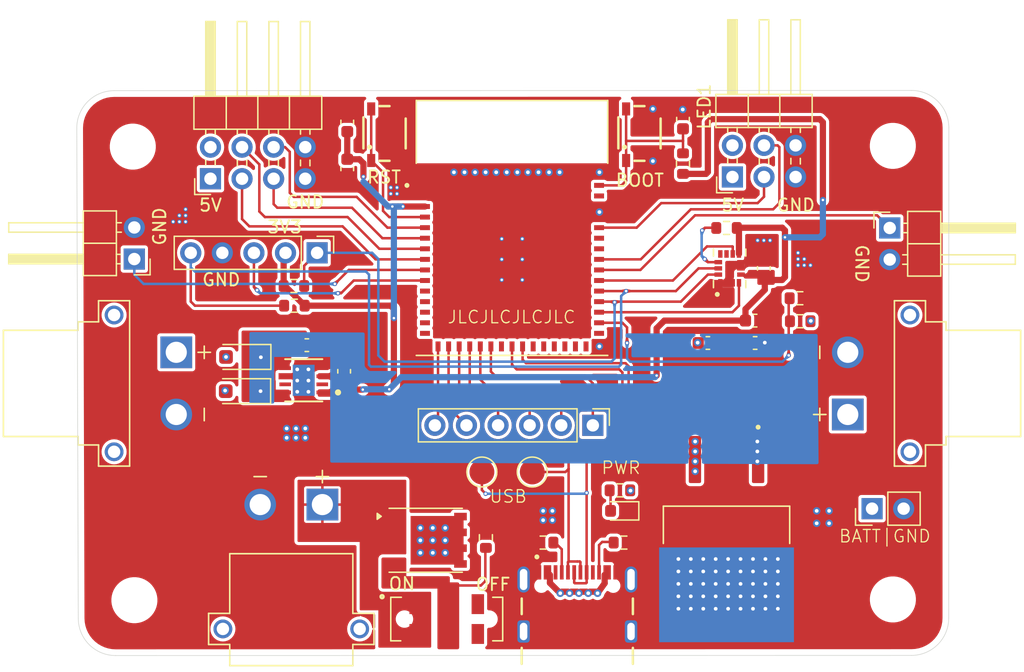
<source format=kicad_pcb>
(kicad_pcb (version 20240108) (generator "pcbnew") (generator_version "8.0")
  (layers (0 "F.Cu" signal) (1 "In1.Cu" signal) (2 "In2.Cu" signal) (31 "B.Cu" signal) (34 "B.Paste" user) (35 "F.Paste" user) (36 "B.SilkS" user "B.Silkscreen") (37 "F.SilkS" user "F.Silkscreen") (38 "B.Mask" user) (39 "F.Mask" user) (44 "Edge.Cuts" user))
  (net 0 "")
  (net 1 "/SDA")
  (net 2 "/INT1")
  (net 3 "GND")
  (net 4 "Net-(Accelerometer1-CS)")
  (net 5 "/SCL")
  (net 8 "+3V3")
  (net 9 "/INT2")
  (net 10 "PWR-DIODE")
  (net 11 "+BATT")
  (net 12 "Net-(MCU1-EN)")
  (net 13 "+5V")
  (net 14 "Net-(D1-A)")
  (net 15 "+V_USB")
  (net 20 "/mot-1")
  (net 21 "/mot-2")
  (net 22 "Net-(SW3A-A)")
  (net 25 "/LED_S2")
  (net 26 "/DN")
  (net 28 "/DP")
  (net 29 "Net-(J11-CC1)")
  (net 30 "Net-(J11-CC2)")
  (net 34 "/LED_S1")
  (net 35 "Net-(MCU1-IO0)")
  (net 38 "/Echo_1")
  (net 41 "/Batt_S")
  (net 45 "/Echo_2")
  (net 46 "/Trig_2")
  (net 47 "/Trig_1")
  (net 48 "Net-(Q1-G)")
  (net 51 "/IN4")
  (net 52 "/IN3")
  (net 53 "/ENB")
  (net 54 "/ENA")
  (net 55 "/IN1")
  (net 56 "/IN2")
  (net 60 "/INT3")
  (footprint "Connector_PinHeader_2.54mm:PinHeader_1x02_P2.54mm_Horizontal" (layer "F.Cu") (at 129.496955 68.127518 180)
    (property "Reference" "J6" (hide yes))
    (property "Value" "Conn_01x02_Pin" (hide yes))
  )
  (footprint "Resistor_SMD:R_0603_1608Metric" (layer "F.Cu") (at 183.021955 71.277518)
    (property "Reference" "R9" (hide yes))
    (property "Value" "500k" (hide yes))
  )
  (footprint "Resistor_SMD:R_0603_1608Metric" (layer "F.Cu") (at 142.331955 70.292518 180)
    (property "Reference" "R10" (hide yes))
    (property "Value" "10k" (hide yes))
  )
  (footprint "Diode_SMD:D_SOD-123F" (layer "F.Cu") (at 138.271955 76 180)
    (property "Reference" "D2" (hide yes))
    (property "Value" "D" (hide yes))
  )
  (footprint "Resistor_SMD:R_0603_1608Metric" (layer "F.Cu") (at 168.546955 86.727518 180)
    (property "Reference" "R1" (hide yes))
    (property "Value" "100" (hide yes))
  )
  (footprint "Capacitor_SMD:C_0603_1608Metric" (layer "F.Cu") (at 179.421955 74.877518 180)
    (property "Reference" "C2" (hide yes))
    (property "Value" "0.47uF" (hide yes))
  )
  (footprint "Package_SO:PowerPAK_SO-8_Single" (layer "F.Cu") (at 152.931955 90.742518)
    (property "Reference" "Q1" (hide yes))
    (property "Value" "PMOS" (hide yes))
  )
  (footprint "MountingHole:MountingHole_3.2mm_M3_DIN965" (layer "F.Cu") (at 129.37641 59.085975)
    (property "Reference" "H4" (hide yes))
    (property "Value" "MountingHole" (hide yes))
  )
  (footprint "Resistor_SMD:R_0603_1608Metric" (layer "F.Cu") (at 173.621955 60.452518 -90)
    (property "Reference" "R3" (hide yes))
    (property "Value" "1k" (hide yes))
  )
  (footprint "Connector_PinHeader_2.54mm:PinHeader_1x05_P2.54mm_Vertical" (layer "F.Cu") (at 144.196955 67.627518 -90)
    (property "Reference" "BNO1" (hide yes))
    (property "Value" "Conn_01x05_Pin" (hide yes))
  )
  (footprint "Resistor_SMD:R_0603_1608Metric" (layer "F.Cu") (at 177.121955 65.627518)
    (property "Reference" "R7" (hide yes))
    (property "Value" "1k" (hide yes))
  )
  (footprint "MountingHole:MountingHole_3.2mm_M3_DIN965" (layer "F.Cu") (at 190.495545 59.025975)
    (property "Reference" "H1" (hide yes))
    (property "Value" "MountingHole" (hide yes))
  )
  (footprint "customFootprints:rockerSwitch-434133025816" (layer "F.Cu") (at 170.121955 58.127518 90)
    (property "Reference" "SW4" (hide yes))
    (property "Value" "~" (hide yes))
  )
  (footprint "customFootprints:rockerSwitch-434133025816" (layer "F.Cu") (at 149.621955 58.127518 90)
    (property "Reference" "SW1" (hide yes))
    (property "Value" "~" (hide yes))
  )
  (footprint "LED_SMD:LED_0603_1608Metric" (layer "F.Cu") (at 168.584455 88.377518 180)
    (property "Reference" "D1" (hide yes))
    (property "Value" "LED" (hide yes))
  )
  (footprint "Resistor_SMD:R_0603_1608Metric" (layer "F.Cu") (at 183.046955 73.127518 180)
    (property "Reference" "R8" (hide yes))
    (property "Value" "1M" (hide yes))
  )
  (footprint "TestPoint:TestPoint_Pad_D2.0mm" (layer "F.Cu") (at 157.45 85.25 90)
    (property "Reference" "TP1" (hide yes))
    (property "Value" "TestPoint" (hide yes))
  )
  (footprint "MountingHole:MountingHole_3.2mm_M3_DIN965" (layer "F.Cu") (at 129.504455 95.56)
    (property "Reference" "H2" (hide yes))
    (property "Value" "MountingHole" (hide yes))
  )
  (footprint "Capacitor_SMD:C_0603_1608Metric" (layer "F.Cu") (at 143.371955 75.052517)
    (property "Reference" "C1" (hide yes))
    (property "Value" "1uF" (hide yes))
  )
  (footprint "XT30PW-F:AMASS_XT30PW-F" (layer "F.Cu") (at 191.871955 78.127518 -90)
    (property "Reference" "J2" (hide yes))
    (property "Value" "XT30PW-F" (hide yes))
  )
  (footprint "Capacitor_SMD:C_0603_1608Metric" (layer "F.Cu") (at 146.371955 77.152518 -90)
    (property "Reference" "C6" (hide yes))
    (property "Value" "2.2uF" (hide yes))
  )
  (footprint "XT30PW-M:AMASS_XT30PW-M" (layer "F.Cu") (at 142.121955 97.871768 180)
    (property "Reference" "J9" (hide yes))
    (property "Value" "XT30PW-M" (hide yes))
  )
  (footprint "USB4105-GF-A-Footprint:GCT_USB4105-GF-A" (layer "F.Cu") (at 165.121955 98.077518)
    (property "Reference" "J11" (hide yes))
    (property "Value" "USB4105-GF-A" (hide yes))
  )
  (footprint "Capacitor_SMD:C_0603_1608Metric" (layer "F.Cu") (at 179.421955 73.077518)
    (property "Reference" "C8" (hide yes))
    (property "Value" "0.1uF" (hide yes))
  )
  (footprint "Resistor_SMD:R_0603_1608Metric" (layer "F.Cu") (at 168.871955 90.927518)
    (property "Reference" "R5" (hide yes))
    (property "Value" "5.1k" (hide yes))
  )
  (footprint "Connector_PinHeader_2.54mm:PinHeader_2x03_P2.54mm_Horizontal" (layer "F.Cu") (at 177.596955 61.527518 90)
    (property "Reference" "LED1")
    (property "Value" "Conn_02x03_Odd_Even")
  )
  (footprint "TLV76601:DRB0008J-IPC_A" (layer "F.Cu") (at 143.121955 77.877518 180)
    (property "Reference" "LDO1" (hide yes))
    (property "Value" "TLV76601QWDRBRQ1" (hide yes))
  )
  (footprint "esp32s3mini:XCVR_ESP32-S3-MINI-1-N8" (layer "F.Cu") (at 159.871955 68.152518)
    (property "Reference" "MCU1" (hide yes))
    (property "Value" "ESP32-S3-MINI-1-N8" (hide yes))
  )
  (footprint "JS102011JAQN:SW_JS102011JAQN" (layer "F.Cu") (at 154.621955 97.077518)
    (property "Reference" "SW3" (hide yes))
    (property "Value" "SW_Nidec_CAS-120A1" (hide yes))
  )
  (footprint "Connector_PinHeader_2.54mm:PinHeader_1x02_P2.54mm_Vertical" (layer "F.Cu") (at 188.825 88.2 90)
    (property "Reference" "LM298NPWR1" (hide yes))
    (property "Value" "Conn_01x02_Pin" (hide yes))
  )
  (footprint "Connector_PinHeader_2.54mm:PinHeader_1x06_P2.54mm_Vertical" (layer "F.Cu") (at 166.37 81.5 -90)
    (property "Reference" "RescueDCPin1" (hide yes))
    (property "Value" "Conn_01x06_Pin" (hide yes))
  )
  (footprint "LM2940S-5.0:TO254P1524X483-4N" (layer "F.Cu") (at 177.121955 90.647518 -90)
    (property "Reference" "U1" (hide yes))
    (property "Value" "LM2940S-5.0" (hide yes))
  )
  (footprint "Capacitor_SMD:C_0603_1608Metric" (layer "F.Cu") (at 146.621955 57.102518 90)
    (property "Reference" "C4" (hide yes))
    (property "Value" "22uF" (hide yes))
  )
  (footprint "Capacitor_SMD:C_0603_1608Metric" (layer "F.Cu") (at 173.621955 56.877518 -90)
    (property "Reference" "C3" (hide yes))
    (property "Value" "0.1uF" (hide yes))
  )
  (footprint "Resistor_SMD:R_0603_1608Metric" (layer "F.Cu") (at 162.371955 90.927518 180)
    (property "Reference" "R6" (hide yes))
    (property "Value" "5.1k" (hide yes))
  )
  (footprint "Connector_PinHeader_2.54mm:PinHeader_1x02_P2.54mm_Horizontal" (layer "F.Cu") (at 190.246955 65.627518)
    (property "Reference" "J5" (hide yes))
    (property "Value" "Conn_01x02_Pin" (hide yes))
  )
  (footprint "LSM6DSOXTR:PQFN50P250X300X86-14N" (layer "F.Cu") (at 177.371955 68.877518 90)
    (property "Reference" "Accelerometer1" (hide yes))
    (property "Value" "LSM6DSOXTR" (hide yes))
  )
  (footprint "MountingHole:MountingHole_3.2mm_M3_DIN965" (layer "F.Cu") (at 190.5 95.5)
    (property "Reference" "H3" (hide yes))
    (property "Value" "MountingHole" (hide yes))
  )
  (footprint "TestPoint:TestPoint_Pad_D2.0mm" (layer "F.Cu") (at 161.5 85.25 90)
    (property "Reference" "TP2" (hide yes))
    (property "Value" "TestPoint" (hide yes))
  )
  (footprint "Capacitor_SMD:C_0603_1608Metric" (layer "F.Cu") (at 146.621955 60.877518 -90)
    (property "Reference" "C5" (hide yes))
    (property "Value" "0.1uF" (hide yes))
  )
  (footprint "Connector_PinHeader_2.54mm:PinHeader_2x04_P2.54mm_Horizontal" (layer "F.Cu") (at 135.621955 61.667518 90)
    (property "Reference" "USS1" (hide yes))
    (property "Value" "Conn_02x04_Odd_Even" (hide yes))
  )
  (footprint "Diode_SMD:D_SOD-123F" (layer "F.Cu") (at 138.25 78.75 180)
    (property "Reference" "D3" (hide yes))
    (property "Value" "D" (hide yes))
  )
  (footprint "Capacitor_SMD:C_0603_1608Metric" (layer "F.Cu") (at 175.621955 74.877518)
    (property "Reference" "C9" (hide yes))
    (property "Value" "22uF" (hide yes))
  )
  (footprint "Resistor_SMD:R_0603_1608Metric" (layer "F.Cu") (at 142.371955 71.877518)
    (property "Reference" "R4" (hide yes))
    (property "Value" "10k" (hide yes))
  )
  (footprint "Capacitor_SMD:C_0603_1608Metric" (layer "F.Cu") (at 180.121955 68.877518 90)
    (property "Reference" "C7" (hide yes))
    (property "Value" "0.1uF" (hide yes))
  )
  (footprint "Resistor_SMD:R_0603_1608Metric" (layer "F.Cu") (at 157.771955 90.527518 90)
    (property "Reference" "R2" (hide yes))
    (property "Value" "20k" (hide yes))
  )
  (footprint "XT30PW-F:AMASS_XT30PW-F" (layer "F.Cu") (at 127.871955 78.127518 90)
    (property "Reference" "J1" (hide yes))
    (property "Value" "XT30PW-F" (hide yes))
  )
  (gr_arc (start 127.997265 100.012139) (mid 125.875022 99.138913) (end 124.990955 97.021199) (stroke (width 0.05)) (layer "Edge.Cuts"))
  (gr_line (start 191.991466 100.000545) (end 127.997265 100.012139) (stroke (width 0.05)) (layer "Edge.Cuts"))
  (gr_line (start 124.990955 97.021199) (end 124.871955 57.587518) (stroke (width 0.05)) (layer "Edge.Cuts"))
  (gr_line (start 194.999357 57.569055) (end 194.990909 96.991479) (stroke (width 0.05)) (layer "Edge.Cuts"))
  (gr_arc (start 194.990909 96.991479) (mid 194.115638 99.118465) (end 191.991466 100.000545) (stroke (width 0.05)) (layer "Edge.Cuts"))
  (gr_arc (start 191.998463 54.568412) (mid 194.120612 55.446988) (end 194.999357 57.569055) (stroke (width 0.05)) (layer "Edge.Cuts"))
  (gr_line (start 127.871955 54.587518) (end 191.998463 54.568412) (stroke (width 0.05)) (layer "Edge.Cuts"))
  (gr_arc (start 124.871955 57.587518) (mid 125.750635 55.466198) (end 127.871955 54.587518) (stroke (width 0.05)) (layer "Edge.Cuts"))
  (gr_text "BATT|GND\n" (at 186.1 91 0) (layer "F.SilkS") (effects (font (size 1 1) (thickness 0.1)) (justify left bottom)))
  (gr_text "5V\n" (at 134.621955 64.377518 0) (layer "F.SilkS") (effects (font (size 1 1)) (justify left bottom)))
  (gr_text "GND\n" (at 141.621955 64.127518 0) (layer "F.SilkS") (effects (font (size 1 1)) (justify left bottom)))
  (gr_text "BOOT\n" (at 168.121955 62.377518 0) (layer "F.SilkS") (effects (font (size 1 1)) (justify left bottom)))
  (gr_text "GND\n" (at 134.871955 70.377518 0) (layer "F.SilkS") (effects (font (size 1 1)) (justify left bottom)))
  (gr_text "GND\n" (at 187.419014 66.876957 -90) (layer "F.SilkS") (effects (font (size 1 1)) (justify left bottom)))
  (gr_text "PWR\n" (at 167 85.5 0) (layer "F.SilkS") (effects (font (size 1 1) (thickness 0.1)) (justify left bottom)))
  (gr_text "RST" (at 148.121955 62.127518 0) (layer "F.SilkS") (effects (font (size 1 1)) (justify left bottom)))
  (gr_text "GND\n" (at 132.121955 67.127518 90) (layer "F.SilkS") (effects (font (size 1 1)) (justify left bottom)))
  (gr_text "GND\n" (at 181.074896 64.378077 0) (layer "F.SilkS") (effects (font (size 1 1)) (justify left bottom)))
  (gr_text "3V3\n" (at 140.121955 66.127518 0) (layer "F.SilkS") (effects (font (size 1 1)) (justify left bottom)))
  (gr_text "JLCJLCJLCJLC\n" (at 154.621955 73.377518 0) (layer "F.SilkS") (effects (font (size 1 1) (thickness 0.1)) (justify left bottom)))
  (gr_text "ON\n" (at 149.871955 94.827518 0) (layer "F.SilkS") (effects (font (size 1 1)) (justify left bottom)))
  (gr_text "USB\n" (at 158 87.8 0) (layer "F.SilkS") (effects (font (size 1 1) (thickness 0.1)) (justify left bottom)))
  (gr_text "OFF" (at 156.871955 94.877518 0) (layer "F.SilkS") (effects (font (size 1 1)) (justify left bottom)))
  (gr_text "5V\n" (at 176.621955 64.377518 0) (layer "F.SilkS") (effects (font (size 1 1)) (justify left bottom)))
  (segment (start 168.121955 71.6) (end 168.074473 71.552518) (width 0.2) (layer "F.Cu") (net 1))
  (segment (start 168.121955 71.6) (end 168.169437 71.552518) (width 0.2) (layer "F.Cu") (net 1))
  (segment (start 168.169437 71.552518) (end 173.447482 71.552518) (width 0.2) (layer "F.Cu") (net 1))
  (segment (start 175.622482 69.377518) (end 176.461955 69.377518) (width 0.2) (layer "F.Cu") (net 1))
  (segment (start 173.447482 71.552518) (end 175.622482 69.377518) (width 0.2) (layer "F.Cu") (net 1))
  (segment (start 143.156955 70.292518) (end 143.156955 68.667518) (width 0.2) (layer "F.Cu") (net 1))
  (segment (start 168.074473 71.552518) (end 166.871955 71.552518) (width 0.2) (layer "F.Cu") (net 1))
  (segment (start 143.156955 68.667518) (end 144.196955 67.627518) (width 0.2) (layer "F.Cu") (net 1))
  (via (at 168.121955 71.6) (size 0.35) (drill 0.2) (layers "F.Cu" "B.Cu") (net 1))
  (segment (start 149.121955 75.877518) (end 149.121955 68.127518) (width 0.2) (layer "B.Cu") (net 1))
  (segment (start 167.871955 76.377518) (end 149.621955 76.377518) (width 0.2) (layer "B.Cu") (net 1))
  (segment (start 149.621955 76.377518) (end 149.121955 75.877518) (width 0.2) (layer "B.Cu") (net 1))
  (segment (start 148.621955 67.627518) (end 144.196955 67.627518) (width 0.2) (layer "B.Cu") (net 1))
  (segment (start 149.121955 68.127518) (end 148.621955 67.627518) (width 0.2) (layer "B.Cu") (net 1))
  (segment (start 168.121955 71.6) (end 168.121955 76.127518) (width 0.2) (layer "B.Cu") (net 1))
  (segment (start 168.121955 76.127518) (end 167.871955 76.377518) (width 0.2) (layer "B.Cu") (net 1))
  (segment (start 166.871955 72.402518) (end 177.597482 72.402518) (width 0.2) (layer "F.Cu") (net 2))
  (segment (start 178.121955 71.878045) (end 178.121955 70.037518) (width 0.2) (layer "F.Cu") (net 2))
  (segment (start 177.597482 72.402518) (end 178.121955 71.878045) (width 0.2) (layer "F.Cu") (net 2))
  (segment (start 162.85 61.15) (end 162.852518 61.152518) (width 0.5) (layer "F.Cu") (net 3))
  (segment (start 168.866955 93.322518) (end 169.441955 93.897518) (width 0.5) (layer "F.Cu") (net 3))
  (segment (start 161.15 61.15) (end 161.152518 61.152518) (width 0.5) (layer "F.Cu") (net 3))
  (segment (start 157.752518 61.152518) (end 158.597482 61.152518) (width 0.5) (layer "F.Cu") (net 3))
  (segment (start 159.447482 61.152518) (end 159.45 61.15) (width 0.5) (layer "F.Cu") (net 3))
  (segment (start 179.636955 68.377518) (end 180.104455 67.910018) (width 0.2) (layer "F.Cu") (net 3))
  (segment (start 163.702518 61.152518) (end 166.869437 61.152518) (width 0.5) (layer "F.Cu") (net 3))
  (segment (start 156.902518 61.152518) (end 157.747482 61.152518) (width 0.5) (layer "F.Cu") (net 3))
  (segment (start 158.602518 61.152518) (end 159.447482 61.152518) (width 0.5) (layer "F.Cu") (net 3))
  (segment (start 163.697482 61.152518) (end 163.7 61.15) (width 0.5) (layer "F.Cu") (net 3))
  (segment (start 156.047482 61.152518) (end 156.05 61.15) (width 0.5) (layer "F.Cu") (net 3))
  (segment (start 155.197482 61.152518) (end 155.2 61.15) (width 0.5) (layer "F.Cu") (net 3))
  (segment (start 160.3 61.15) (end 160.302518 61.152518) (width 0.5) (layer "F.Cu") (net 3))
  (segment (start 159.452518 61.152518) (end 160.297482 61.152518) (width 0.5) (layer "F.Cu") (net 3))
  (segment (start 158.6 61.15) (end 158.602518 61.152518) (width 0.5) (layer "F.Cu") (net 3))
  (segment (start 157.75 61.15) (end 157.752518 61.152518) (width 0.5) (layer "F.Cu") (net 3))
  (segment (start 159.45 61.15) (end 159.452518 61.152518) (width 0.5) (layer "F.Cu") (net 3))
  (segment (start 160.302518 61.152518) (end 161.147482 61.152518) (width 0.5) (layer "F.Cu") (net 3))
  (segment (start 152.871955 63.052518) (end 152.871955 61.152518) (width 0.5) (layer "F.Cu") (net 3))
  (segment (start 162 61.15) (end 162.002518 61.152518) (width 0.5) (layer "F.Cu") (net 3))
  (segment (start 155.202518 61.152518) (end 156.047482 61.152518) (width 0.5) (layer "F.Cu") (net 3))
  (segment (start 163.7 61.15) (end 163.702518 61.152518) (width 0.5) (layer "F.Cu") (net 3))
  (segment (start 178.391955 74.847518) (end 178.421955 74.877518) (width 0.2) (layer "F.Cu") (net 3))
  (segment (start 176.621955 70.037518) (end 177.496955 70.037518) (width 0.5) (layer "F.Cu") (net 3))
  (segment (start 160.297482 61.152518) (end 160.3 61.15) (width 0.5) (layer "F.Cu") (net 3))
  (segment (start 162.852518 61.152518) (end 163.697482 61.152518) (width 0.5) (layer "F.Cu") (net 3))
  (segment (start 157.747482 61.152518) (end 157.75 61.15) (width 0.5) (layer "F.Cu") (net 3))
  (segment (start 155.2 61.15) (end 155.202518 61.152518) (width 0.5) (layer "F.Cu") (net 3))
  (segment (start 160.801955 93.897518) (end 161.346955 93.897518) (width 0.5) (layer "F.Cu") (net 3))
  (segment (start 166.874473 61.152518) (end 166.871955 61.152518) (width 0.5) (layer "F.Cu") (net 3))
  (segment (start 162.002518 61.152518) (end 162.847482 61.152518) (width 0.5) (layer "F.Cu") (net 3))
  (segment (start 176.571955 74.847518) (end 178.391955 74.847518) (width 0.2) (layer "F.Cu") (net 3))
  (segment (start 166.9 61.15) (end 166.874473 61.152518) (width 0.5) (layer "F.Cu") (net 3))
  (segment (start 156.052518 61.152518) (end 156.897482 61.152518) (width 0.5) (layer "F.Cu") (net 3))
  (segment (start 178.281955 68.377518) (end 179.636955 68.377518) (width 0.2) (layer "F.Cu") (net 3))
  (segment (start 152.871955 61.152518) (end 155.197482 61.152518) (width 0.5) (layer "F.Cu") (net 3))
  (segment (start 156.05 61.15) (end 156.052518 61.152518) (width 0.5) (layer "F.Cu") (net 3))
  (segment (start 161.152518 61.152518) (end 161.997482 61.152518) (width 0.5) (layer "F.Cu") (net 3))
  (segment (start 166.871955 64.321955) (end 166.9 64.35) (width 0.5) (layer "F.Cu") (net 3))
  (segment (start 166.871955 64.378045) (end 166.871955 64.752518) (width 0.5) (layer "F.Cu") (net 3))
  (segment (start 166.871955 63.902518) (end 166.871955 64.321955) (width 0.5) (layer "F.Cu") (net 3))
  (segment (start 161.147482 61.152518) (end 161.15 61.15) (width 0.5) (layer "F.Cu") (net 3))
  (segment (start 156.897482 61.152518) (end 156.9 61.15) (width 0.5) (layer "F.Cu") (net 3))
  (segment (start 162.847482 61.152518) (end 162.85 61.15) (width 0.5) (layer "F.Cu") (net 3))
  (segment (start 166.9 64.35) (end 166.871955 64.378045) (width 0.5) (layer "F.Cu") (net 3))
  (segment (start 161.346955 93.897518) (end 161.921955 93.322518) (width 0.5) (layer "F.Cu") (net 3))
  (segment (start 158.597482 61.152518) (end 158.6 61.15) (width 0.5) (layer "F.Cu") (net 3))
  (segment (start 161.997482 61.152518) (end 162 61.15) (width 0.5) (layer "F.Cu") (net 3))
  (segment (start 166.869437 61.152518) (end 166.9 61.15) (width 0.5) (layer "F.Cu") (net 3))
  (segment (start 156.9 61.15) (end 156.902518 61.152518) (width 0.5) (layer "F.Cu") (net 3))
  (segment (start 168.321955 93.322518) (end 168.866955 93.322518) (width 0.5) (layer "F.Cu") (net 3))
  (via (at 141.75 81.75) (size 0.6) (drill 0.3) (layers "F.Cu" "B.Cu") (net 3))
  (via (at 173.25 92.25) (size 0.6) (drill 0.3) (layers "F.Cu" "B.Cu") (net 3))
  (via (at 159.046955 68.152518) (size 0.35) (drill 0.2) (layers "F.Cu" "B.Cu") (net 3))
  (via (at 180.25 94.25) (size 0.6) (drill 0.3) (layers "F.Cu" "B.Cu") (net 3))
  (via (at 133.621955 65.127518) (size 0.35) (drill 0.2) (layers "F.Cu" "B.Cu") (net 3))
  (via (at 176.25 95.25) (size 0.6) (drill 0.3) (layers "F.Cu" "B.Cu") (net 3))
  (via (at 178.25 95.25) (size 0.6) (drill 0.3) (layers "F.Cu" "B.Cu") (net 3))
  (via (at 179.25 96.25) (size 0.6) (drill 0.3) (layers "F.Cu" "B.Cu") (net 3))
  (via (at 174.25 96.25) (size 0.6) (drill 0.3) (layers "F.Cu" "B.Cu") (net 3))
  (via (at 177.25 94.25) (size 0.6) (drill 0.3) (layers "F.Cu" "B.Cu") (net 3))
  (via (at 177.25 96.25) (size 0.6) (drill 0.3) (layers "F.Cu" "B.Cu") (net 3))
  (via (at 181.25 93.25) (size 0.6) (drill 0.3) (layers "F.Cu" "B.Cu") (net 3))
  (via (at 150.121955 62.877518) (size 0.35) (drill 0.2) (layers "F.Cu" "B.Cu") (net 3))
  (via (at 160.696955 66.502518) (size 0.35) (drill 0.2) (layers "F.Cu" "B.Cu") (net 3))
  (via (at 133.121955 65.127518) (size 0.35) (drill 0.2) (layers "F.Cu" "B.Cu") (net 3))
  (via (at 156.05 61.15) (size 0.6) (drill 0.3) (layers "F.Cu" "B.Cu") (net 3))
  (via (at 178.25 92.25) (size 0.6) (drill 0.3) (layers "F.Cu" "B.Cu") (net 3))
  (via (at 142.6 77.9) (size 0.6) (drill 0.3) (layers "F.Cu" "B.Cu") (net 3))
  (via (at 177.25 92.25) (size 0.6) (drill 0.3) (layers "F.Cu" "B.Cu") (net 3))
  (via (at 180.25 92.25) (size 0.6) (drill 0.3) (layers "F.Cu" "B.Cu") (net 3))
  (via (at 160.3 61.15) (size 0.6) (drill 0.3) (layers "F.Cu" "B.Cu") (net 3))
  (via (at 179.25 95.25) (size 0.6) (drill 0.3) (layers "F.Cu" "B.Cu") (net 3))
  (via (at 160.696955 69.802518) (size 0.35) (drill 0.2) (layers "F.Cu" "B.Cu") (net 3))
  (via (at 185.371955 88.377518) (size 0.6) (drill 0.3) (layers "F.Cu" "B.Cu") (net 3))
  (via (at 133.121955 64.627518) (size 0.35) (drill 0.2) (layers "F.Cu" "B.Cu") (net 3))
  (via (at 173.25 95.25) (size 0.6) (drill 0.3) (layers "F.Cu" "B.Cu") (net 3))
  (via (at 179.25 94.25) (size 0.6) (drill 0.3) (layers "F.Cu" "B.Cu") (net 3))
  (via (at 163.7 61.15) (size 0.6) (drill 0.3) (layers "F.Cu" "B.Cu") (net 3))
  (via (at 176.25 92.25) (size 0.6) (drill 0.3) (layers "F.Cu" "B.Cu") (net 3))
  (via (at 177.25 95.25) (size 0.6) (drill 0.3) (layers "F.Cu" "B.Cu") (net 3))
  (via (at 155.2 61.15) (size 0.6) (drill 0.3) (layers "F.Cu" "B.Cu") (net 3))
  (via (at 160.696955 68.152518) (size 0.35) (drill 0.2) (layers "F.Cu" "B.Cu") (net 3))
  (via (at 143.25 82.5) (size 0.6) (drill 0.3) (layers "F.Cu" "B.Cu") (net 3))
  (via (at 182.871955 68.627518) (size 0.35) (drill 0.2) (layers "F.Cu" "B.Cu") (net 3))
  (via (at 178.25 96.25) (size 0.6) (drill 0.3) (layers "F.Cu" "B.Cu") (net 3))
  (via (at 142.6 78.8) (size 0.6) (drill 0.3) (layers "F.Cu" "B.Cu") (net 3))
  (via (at 176.25 94.25) (size 0.6) (drill 0.3) (layers "F.Cu" "B.Cu") (net 3))
  (via (at 150.621955 62.377518) (size 0.35) (drill 0.2) (layers "F.Cu" "B.Cu") (net 3))
  (via (at 143.5 77.9) (size 0.6) (drill 0.3) (layers "F.Cu" "B.Cu") (net 3))
  (via (at 159.046955 66.502518) (size 0.35) (drill 0.2) (layers "F.Cu" "B.Cu") (net 3))
  (via (at 174.25 92.25) (size 0.6) (drill 0.3) (layers "F.Cu" "B.Cu") (net 3))
  (via (at 166.9 75.15) (size 0.6) (drill 0.3) (layers "F.Cu" "B.Cu") (net 3))
  (via (at 180.121955 66.627518) (size 0.35) (drill 0.2) (layers "F.Cu" "B.Cu") (net 3))
  (via (at 158.6 61.15) (size 0.6) (drill 0.3) (layers "F.Cu" "B.Cu") (net 3))
  (via (at 161.15 61.15) (size 0.6) (drill 0.3) (layers "F.Cu" "B.Cu") (net 3))
  (via (at 175.25 94.25) (size 0.6) (drill 0.3) (layers "F.Cu" "B.Cu") (net 3))
  (via (at 174.25 93.25) (size 0.6) (drill 0.3) (layers "F.Cu" "B.Cu") (net 3))
  (via (at 173.25 96.25) (size 0.6) (drill 0.3) (layers "F.Cu" "B.Cu") (net 3))
  (via (at 175.25 95.25) (size 0.6) (drill 0.3) (layers "F.Cu" "B.Cu") (net 3))
  (via (at 179.25 93.25) (size 0.6) (drill 0.3) (layers "F.Cu" "B.Cu") (net 3))
  (via (at 175.25 93.25) (size 0.6) (drill 0.3) (layers "F.Cu" "B.Cu") (net 3))
  (via (at 180.25 93.25) (size 0.6) (drill 0.3) (layers "F.Cu" "B.Cu") (net 3))
  (via (at 183.871955 68.627518) (size 0.35) (drill 0.2) (layers "F.Cu" "B.Cu") (net 3))
  (via (at 179.621955 66.627518) (size 0.35) (drill 0.2) (layers "F.Cu" "B.Cu") (net 3))
  (via (at 185.371955 89.377518) (size 0.6) (drill 0.3) (layers "F.Cu" "B.Cu") (net 3))
  (via (at 178.25 94.25) (size 0.6) (drill 0.3) (layers "F.Cu" "B.Cu") (net 3))
  (via (at 143.5 77) (size 0.6) (drill 0.3) (layers "F.Cu" "B.Cu") (net 3))
  (via (at 173.6 56.1) (size 0.6) (drill 0.3) (layers "F.Cu" "B.Cu") (net 3))
  (via (at 176.25 96.25) (size 0.6) (drill 0.3) (layers "F.Cu" "B.Cu") (net 3))
  (via (at 182.871955 68.127518) (size 0.35) (drill 0.2) (layers "F.Cu" "B.Cu") (net 3))
  (via (at 183.371955 68.627518) (size 0.35) (drill 0.2) (layers "F.Cu" "B.Cu") (net 3))
  (via (at 177.25 93.25) (size 0.6) (drill 0.3) (layers "F.Cu" "B.Cu") (net 3))
  (via (at 173.25 93.25) (size 0.6) (drill 0.3) (layers "F.Cu" "B.Cu") (net 3))
  (via (at 179.25 92.25) (size 0.6) (drill 0.3) (layers "F.Cu" "B.Cu") (net 3))
  (via (at 150.121955 62.377518) (size 0.35) (drill 0.2) (layers "F.Cu" "B.Cu") (net 3))
  (via (at 180.621955 66.627518) (size 0.35) (drill 0.2) (layers "F.Cu" "B.Cu") (net 3))
  (via (at 178.25 93.25) (size 0.6) (drill 0.3) (layers "F.Cu" "B.Cu") (net 3))
  (via (at 184.371955 89.377518) (size 0.6) (drill 0.3) (layers "F.Cu" "B.Cu") (net 3))
  (via (at 157.75 61.15) (size 0.6) (drill 0.3) (layers "F.Cu" "B.Cu") (net 3))
  (via (at 142.5 82.5) (size 0.6) (drill 0.3) (layers "F.Cu" "B.Cu") (net 3))
  (via (at 180.25 95.25) (size 0.6) (drill 0.3) (layers "F.Cu" "B.Cu") (net 3))
  (via (at 175.25 96.25) (size 0.6) (drill 0.3) (layers "F.Cu" "B.Cu") (net 3))
  (via (at 163.121955 89.127518) (size 0.6) (drill 0.3) (layers "F.Cu" "B.Cu") (net 3))
  (via (at 163.121955 88.377518) (size 0.6) (drill 0.3) (layers "F.Cu" "B.Cu") (net 3))
  (via (at 159.046955 69.802518) (size 0.35) (drill 0.2) (layers "F.Cu" "B.Cu") (net 3))
  (via (at 184.371955 88.377518) (size 0.6) (drill 0.3) (layers "F.Cu" "B.Cu") (net 3))
  (via (at 143.25 81.75) (size 0.6) (drill 0.3) (layers "F.Cu" "B.Cu") (net 3))
  (via (at 181.25 96.25) (size 0.6) (drill 0.3) (layers "F.Cu" "B.Cu") (net 3))
  (via (at 171.2 56.05) (size 0.6) (drill 0.3) (layers "F.Cu" "B.Cu") (net 3))
  (via (at 171.2 60.25) (size 0.6) (drill 0.3) (layers "F.Cu" "B.Cu") (net 3))
  (via (at 159.45 61.15) (size 0.6) (drill 0.3) (layers "F.Cu" "B.Cu") (net 3))
  (via (at 143.5 78.8) (size 0.6) (drill 0.3) (layers "F.Cu" "B.Cu") (net 3))
  (via (at 174.25 95.25) (size 0.6) (drill 0.3) (layers "F.Cu" "B.Cu") (net 3))
  (via (at 183.371955 68.127518) (size 0.35) (drill 0.2) (layers "F.Cu" "B.Cu") (net 3))
  (via (at 132.621955 65.127518) (size 0.35) (drill 0.2) (layers "F.Cu" "B.Cu") (net 3))
  (via (at 180.25 96.25) (size 0.6) (drill 0.3) (layers "F.Cu" "B.Cu") (net 3))
  (via (at 133.621955 64.627518) (size 0.35) (drill 0.2) (layers "F.Cu" "B.Cu") (net 3))
  (via (at 181.25 95.25) (size 0.6) (drill 0.3) (layers "F.Cu" "B.Cu") (net 3))
  (via (at 162 61.15) (size 0.6) (drill 0.3) (layers "F.Cu" "B.Cu") (net 3))
  (via (at 162.85 61.15) (size 0.6) (drill 0.3) (layers "F.Cu" "B.Cu") (net 3))
  (via (at 174.25 94.25) (size 0.6) (drill 0.3) (layers "F.Cu" "B.Cu") (net 3))
  (via (at 181.25 94.25) (size 0.6) (drill 0.3) (layers "F.Cu" "B.Cu") (net 3))
  (via (at 166.9 64.35) (size 0.6) (drill 0.3) (layers "F.Cu" "B.Cu") (net 3))
  (via (at 162.371955 88.377518) (size 0.6) (drill 0.3) (layers "F.Cu" "B.Cu") (net 3))
  (via (at 181.25 92.25) (size 0.6) (drill 0.3) (layers "F.Cu" "B.Cu") (net 3))
  (via (at 141.75 82.5) (size 0.6) (drill 0.3) (layers "F.Cu" "B.Cu") (net 3))
  (via (at 173.25 94.25) (size 0.6) (drill 0.3) (layers "F.Cu" "B.Cu") (net 3))
  (via (at 133.621955 64.127518) (size 0.35) (drill 0.2) (layers "F.Cu" "B.Cu") (net 3))
  (via (at 150.621955 62.877518) (size 0.35) (drill 0.2) (layers "F.Cu" "B.Cu") (net 3))
  (via (at 142.5 81.75) (size 0.6) (drill 0.3) (layers "F.Cu" "B.Cu") (net 3))
  (via (at 162.371955 89.127518) (size 0.6) (drill 0.3) (layers "F.Cu" "B.Cu") (net 3))
  (via (at 142.6 77) (size 0.6) (drill 0.3) (layers "F.Cu" "B.Cu") (net 3))
  (via (at 176.25 93.25) (size 0.6) (drill 0.3) (layers "F.Cu" "B.Cu") (net 3))
  (via (at 166.9 61.15) (size 0.6) (drill 0.3) (layers "F.Cu" "B.Cu") (net 3))
  (via (at 156.9 61.15) (size 0.6) (drill 0.3) (layers "F.Cu" "B.Cu") (net 3))
  (via (at 175.25 92.25) (size 0.6) (drill 0.3) (layers "F.Cu" "B.Cu") (net 3))
  (via (at 182.871955 67.627518) (size 0.35) (drill 0.2) (layers "F.Cu" "B.Cu") (net 3))
  (segment (start 175.621955 68.377518) (end 176.461955 68.377518) (width 0.2) (layer "F.Cu") (net 4))
  (segment (start 175.167365 65.832108) (end 175.389455 65.610018) (width 0.2) (layer "F.Cu") (net 4))
  (segment (start 175.389455 65.610018) (end 176.441955 65.610018) (width 0.2) (layer "F.Cu") (net 4))
  (segment (start 175.371955 68.127518) (end 175.621955 68.377518) (width 0.2) (layer "F.Cu") (net 4))
  (via (at 175.371955 68.127518) (size 0.35) (drill 0.2) (layers "F.Cu" "B.Cu") (net 4))
  (via (at 175.167365 65.832108) (size 0.35) (drill 0.2) (layers "F.Cu" "B.Cu") (net 4))
  (segment (start 175.167365 65.832108) (end 175.121955 65.877518) (width 0.2) (layer "B.Cu") (net 4))
  (segment (start 175.121955 65.877518) (end 175.121955 67.877518) (width 0.2) (layer "B.Cu") (net 4))
  (segment (start 175.121955 67.877518) (end 175.371955 68.127518) (width 0.2) (layer "B.Cu") (net 4))
  (segment (start 169.046955 70.702518) (end 173.047482 70.702518) (width 0.2) (layer "F.Cu") (net 5))
  (segment (start 174.872482 68.877518) (end 176.461955 68.877518) (width 0.2) (layer "F.Cu") (net 5))
  (segment (start 134.371955 71.877518) (end 134.036955 71.542518) (width 0.2) (layer "F.Cu") (net 5))
  (segment (start 141.546955 71.877518) (end 134.371955 71.877518) (width 0.2) (layer "F.Cu") (net 5))
  (segment (start 173.047482 70.702518) (end 174.872482 68.877518) (width 0.2) (layer "F.Cu") (net 5))
  (segment (start 169.046955 70.702518) (end 166.871955 70.702518) (width 0.2) (layer "F.Cu") (net 5))
  (segment (start 134.036955 71.542518) (end 134.036955 67.627518) (width 0.2) (layer "F.Cu") (net 5))
  (via (at 169.046955 70.702518) (size 0.35) (drill 0.2) (layers "F.Cu" "B.Cu") (net 5))
  (segment (start 148.371955 69.377518) (end 148.121955 69.127518) (width 0.2) (layer "B.Cu") (net 5))
  (segment (start 169.046955 70.702518) (end 168.646955 71.102518) (width 0.2) (layer "B.Cu") (net 5))
  (segment (start 148.521955 76.777518) (end 148.371955 76.627518) (width 0.2) (layer "B.Cu") (net 5))
  (segment (start 134.371955 69.127518) (end 134.036955 68.792518) (width 0.2) (layer "B.Cu") (net 5))
  (segment (start 148.121955 69.127518) (end 134.371955 69.127518) (width 0.2) (layer "B.Cu") (net 5))
  (segment (start 168.471955 76.777518) (end 148.521955 76.777518) (width 0.2) (layer "B.Cu") (net 5))
  (segment (start 148.371955 76.627518) (end 148.371955 69.377518) (width 0.2) (layer "B.Cu") (net 5))
  (segment (start 168.646955 76.602518) (end 168.471955 76.777518) (width 0.2) (layer "B.Cu") (net 5))
  (segment (start 134.036955 68.792518) (end 134.036955 67.627518) (width 0.2) (layer "B.Cu") (net 5))
  (segment (start 168.646955 71.102518) (end 168.646955 76.602518) (width 0.2) (layer "B.Cu") (net 5))
  (segment (start 150.371955 77.127518) (end 150.371955 72.877518) (width 0.5) (layer "F.Cu") (net 8))
  (segment (start 146.621955 57.877518) (end 146.621955 60.102518) (width 0.5) (layer "F.Cu") (net 8))
  (segment (start 147.921955 60.427518) (end 147.596955 60.102518) (width 0.5) (layer "F.Cu") (net 8))
  (segment (start 147.921955 61.5) (end 147.921955 60.427518) (width 0.5) (layer "F.Cu") (net 8))
  (segment (start 146.527518 78.627518) (end 147.871955 78.627518) (width 0.5) (layer "F.Cu") (net 8))
  (segment (start 147.846955 78.652518) (end 147.871955 78.627518) (width 0.2) (layer "F.Cu") (net 8))
  (segment (start 180.2 69.730563) (end 180.121955 69.652518) (width 0.254) (layer "F.Cu") (net 8))
  (segment (start 175.621955 57.127518) (end 175.871955 56.877518) (width 0.5) (layer "F.Cu") (net 8))
  (segment (start 173.621955 61.277518) (end 175.471955 61.277518) (width 0.5) (layer "F.Cu") (net 8))
  (segment (start 151.1 63.9) (end 151.102518 63.902518) (width 0.5) (layer "F.Cu") (net 8))
  (segment (start 184.621955 56.877518) (end 184.871955 57.127518) (width 0.5) (layer "F.Cu") (net 8))
  (segment (start 181.589982 69.810018) (end 180.104455 69.810018) (width 0.5) (layer "F.Cu") (net 8))
  (segment (start 180.2 70.6) (end 180.2 69.730563) (width 0.5) (layer "F.Cu") (net 8))
  (segment (start 172.122482 73.077518) (end 178.646955 73.077518) (width 0.5) (layer "F.Cu") (net 8))
  (segment (start 180.104455 69.377518) (end 180.104455 69.810018) (width 0.2) (layer "F.Cu") (net 8))
  (segment (start 141.506955 67.777518) (end 141.656955 67.627518) (width 0.254) (layer "F.Cu") (net 8))
  (segment (start 143.196955 71.877518) (end 150.121955 71.877518) (width 0.5) (layer "F.Cu") (net 8))
  (segment (start 151.097482 63.902518) (end 151.1 63.9) (width 0.5) (layer "F.Cu") (net 8))
  (segment (start 175.471955 61.277518) (end 175.621955 61.127518) (width 0.5) (layer "F.Cu") (net 8))
  (segment (start 181.821955 69.578045) (end 181.589982 69.810018) (width 0.5) (layer "F.Cu") (net 8))
  (segment (start 178.121955 67.717518) (end 178.121955 65.755018) (width 0.5) (layer "F.Cu") (net 8))
  (segment (start 141.506955 70.292518) (end 141.506955 67.777518) (width 0.5) (layer "F.Cu") (net 8))
  (segment (start 146.371955 78.471955) (end 146.527518 78.627518) (width 0.5) (layer "F.Cu") (net 8))
  (segment (start 141.611955 70.292518) (end 143.196955 71.877518) (width 0.5) (layer "F.Cu") (net 8))
  (segment (start 150.121955 71.877518) (end 150.371955 72.127518) (width 0.5) (layer "F.Cu") (net 8))
  (segment (start 184.871955 57.127518) (end 184.871955 63.377518) (width 0.5) (layer "F.Cu") (net 8))
  (segment (start 178.121955 65.755018) (end 178.266955 65.610018) (width 0.2) (layer "F.Cu") (net 8))
  (segment (start 171.5 73.7) (end 172.122482 73.077518) (width 0.5) (layer "F.Cu") (net 8))
  (segment (start 151.102518 63.902518) (end 152.871955 63.902518) (width 0.5) (layer "F.Cu") (net 8))
  (segment (start 178.646955 73.077518) (end 178.646955 72.153045) (width 0.5) (layer "F.Cu") (net 8))
  (segment (start 178.266955 65.610018) (end 181.604455 65.610018) (width 0.5) (layer "F.Cu") (net 8))
  (segment (start 181.821955 65.827518) (end 181.821955 69.578045) (width 0.5) (layer "F.Cu") (net 8))
  (segment (start 150.371955 78.228045) (end 150 78.6) (width 0.5) (layer "F.Cu") (net 8))
  (segment (start 150.371955 72.127518) (end 150.371955 72.877518) (width 0.5) (layer "F.Cu") (net 8))
  (segment (start 150.25 63.902518) (end 151.097482 63.902518) (width 0.5) (layer "F.Cu") (net 8))
  (segment (start 146.371955 77.927518) (end 146.371955 78.471955) (width 0.5) (layer "F.Cu") (net 8))
  (segment (start 178.646955 72.153045) (end 180.2 70.6) (width 0.5) (layer "F.Cu") (net 8))
  (segment (start 175.871955 56.877518) (end 184.621955 56.877518) (width 0.5) (layer "F.Cu") (net 8))
  (segment (start 181.604455 65.610018) (end 181.821955 65.827518) (width 0.5) (layer "F.Cu") (net 8))
  (segment (start 171.5 77.5) (end 171.5 73.7) (width 0.5) (layer "F.Cu") (net 8))
  (segment (start 141.506955 70.292518) (end 141.611955 70.292518) (width 0.254) (layer "F.Cu") (net 8))
  (segment (start 175.621955 61.127518) (end 175.621955 57.127518) (width 0.5) (layer "F.Cu") (net 8))
  (segment (start 147.596955 60.102518) (end 146.621955 60.102518) (width 0.5) (layer "F.Cu") (net 8))
  (segment (start 143.196955 71.877518) (end 143.091955 71.877518) (width 0.2) (layer "F.Cu") (net 8))
  (segment (start 150.371955 77.127518) (end 150.371955 78.228045) (width 0.5) (layer "F.Cu") (net 8))
  (via (at 150.25 63.902518) (size 0.35) (drill 0.2) (layers "F.Cu" "B.Cu") (net 8))
  (via (at 184.871955 63.377518) (size 0.35) (drill 0.2) (layers "F.Cu" "B.Cu") (net 8))
  (via (at 181.821955 66.377518) (size 0.35) (drill 0.2) (layers "F.Cu" "B.Cu") (net 8))
  (via (at 151.1 63.9) (size 0.35) (drill 0.2) (layers "F.Cu" "B.Cu") (net 8))
  (via (at 150 78.6) (size 0.35) (drill 0.2) (layers "F.Cu" "B.Cu") (net 8))
  (via (at 147.921955 61.5) (size 0.35) (drill 0.2) (layers "F.Cu" "B.Cu") (net 8))
  (via (at 150.371955 72.877518) (size 0.35) (drill 0.2) (layers "F.Cu" "B.Cu") (net 8))
  (via (at 147.871955 78.627518) (size 0.35) (drill 0.2) (layers "F.Cu" "B.Cu") (net 8))
  (via (at 171.5 77.5) (size 0.35) (drill 0.2) (layers "F.Cu" "B.Cu") (net 8))
  (segment (start 147.899473 78.6) (end 147.871955 78.627518) (width 0.2) (layer "B.Cu") (net 8))
  (segment (start 150.25 63.902518) (end 150.252518 63.9) (width 0.2) (layer "B.Cu") (net 8))
  (segment (start 184.871955 66.127518) (end 184.871955 63.377518) (width 0.5) (layer "B.Cu") (net 8))
  (segment (start 149.902518 63.902518) (end 147.921955 61.921955) (width 0.5) (layer "B.Cu") (net 8))
  (segment (start 150.252518 63.9) (end 150.7 63.9) (width 0.5) (layer "B.Cu") (net 8))
  (segment (start 147.921955 61.921955) (end 147.921955 61.5) (width 0.2) (layer "B.Cu") (net 8))
  (segment (start 171.372482 77.627518) (end 150.972482 77.627518) (width 0.5) (layer "B.Cu") (net 8))
  (segment (start 150.7 63.9) (end 151 63.9) (width 0.5) (layer "B.Cu") (net 8))
  (segment (start 150.972482 77.627518) (end 150 78.6) (width 0.5) (layer "B.Cu") (net 8))
  (segment (start 181.821955 66.377518) (end 184.621955 66.377518) (width 0.5) (layer "B.Cu") (net 8))
  (segment (start 184.621955 66.377518) (end 184.871955 66.127518) (width 0.5) (layer "B.Cu") (net 8))
  (segment (start 150.25 63.902518) (end 150.371955 64.024473) (width 0.2) (layer "B.Cu") (net 8))
  (segment (start 171.5 77.5) (end 171.372482 77.627518) (width 0.254) (layer "B.Cu") (net 8))
  (segment (start 150.371955 64.024473) (end 150.371955 72.877518) (width 0.5) (layer "B.Cu") (net 8))
  (segment (start 150.25 63.902518) (end 149.902518 63.902518) (width 0.5) (layer "B.Cu") (net 8))
  (segment (start 150 78.6) (end 147.899473 78.6) (width 0.5) (layer "B.Cu") (net 8))
  (segment (start 177.621955 67.137518) (end 177.596955 67.112518) (width 0.2) (layer "F.Cu") (net 9))
  (segment (start 175.551342 67.112518) (end 172.811342 69.852518) (width 0.2) (layer "F.Cu") (net 9))
  (segment (start 177.596955 67.112518) (end 175.551342 67.112518) (width 0.2) (layer "F.Cu") (net 9))
  (segment (start 172.811342 69.852518) (end 166.871955 69.852518) (width 0.2) (layer "F.Cu") (net 9))
  (segment (start 177.621955 67.717518) (end 177.621955 67.137518) (width 0.2) (layer "F.Cu") (net 9))
  (via (at 139.65 78.75) (size 0.6) (drill 0.3) (layers "F.Cu" "B.Cu") (net 10))
  (via (at 139.675 76.025) (size 0.6) (drill 0.3) (layers "F.Cu" "B.Cu") (net 10))
  (via (at 179.6 84.4) (size 0.6) (drill 0.3) (layers "F.Cu" "B.Cu") (net 10))
  (via (at 179.6 82.8) (size 0.6) (drill 0.3) (layers "F.Cu" "B.Cu") (net 10))
  (via (at 179.6 83.6) (size 0.6) (drill 0.3) (layers "F.Cu" "B.Cu") (net 10))
  (via (at 180.2 74.85) (size 0.6) (drill 0.3) (layers "F.Cu" "B.Cu") (net 10))
  (segment (start 136.871955 76) (end 136.899473 76.027518) (width 0.5) (layer "F.Cu") (net 11))
  (segment (start 136.871955 76) (end 136.871955 76.127518) (width 0.5) (layer "F.Cu") (net 11))
  (segment (start 133.371955 76.127518) (end 132.871955 75.627518) (width 0.5) (layer "F.Cu") (net 11))
  (segment (start 136.899473 76.027518) (end 136.899473 76.127518) (width 0.5) (layer "F.Cu") (net 11))
  (segment (start 155.726955 92.647518) (end 155.726955 88.837518) (width 0.5) (layer "F.Cu") (net 11))
  (via (at 183.9 73.1) (size 0.6) (drill 0.3) (layers "F.Cu" "B.Cu") (net 11))
  (via (at 153.5 91.75) (size 0.6) (drill 0.3) (layers "F.Cu" "B.Cu") (net 11))
  (via (at 153.5 90.75) (size 0.6) (drill 0.3) (layers "F.Cu" "B.Cu") (net 11))
  (via (at 152.5 90.75) (size 0.6) (drill 0.3) (layers "F.Cu" "B.Cu") (net 11))
  (via (at 154.5 91.75) (size 0.6) (drill 0.3) (layers "F.Cu" "B.Cu") (net 11))
  (via (at 152.5 91.75) (size 0.6) (drill 0.3) (layers "F.Cu" "B.Cu") (net 11))
  (via (at 154.5 89.75) (size 0.6) (drill 0.3) (layers "F.Cu" "B.Cu") (net 11))
  (via (at 152.5 89.75) (size 0.6) (drill 0.3) (layers "F.Cu" "B.Cu") (net 11))
  (via (at 136.871955 76) (size 0.6) (drill 0.3) (layers "F.Cu" "B.Cu") (net 11))
  (via (at 154.5 90.75) (size 0.6) (drill 0.3) (layers "F.Cu" "B.Cu") (net 11))
  (via (at 153.5 89.75) (size 0.6) (drill 0.3) (layers "F.Cu" "B.Cu") (net 11))
  (segment (start 166.871955 62.202518) (end 168.671955 62.202518) (width 0.2) (layer "F.Cu") (net 12))
  (segment (start 169.046955 58.627518) (end 169.046955 60.202518) (width 0.2) (layer "F.Cu") (net 12))
  (segment (start 169.046955 61.827518) (end 169.046955 60.202518) (width 0.2) (layer "F.Cu") (net 12))
  (segment (start 168.671955 62.202518) (end 169.046955 61.827518) (width 0.2) (layer "F.Cu") (net 12))
  (segment (start 173.621955 57.652518) (end 173.621955 58.627518) (width 0.2) (layer "F.Cu") (net 12))
  (segment (start 173.621955 58.627518) (end 173.621955 59.627518) (width 0.2) (layer "F.Cu") (net 12))
  (segment (start 169.046955 58.627518) (end 173.621955 58.627518) (width 0.2) (layer "F.Cu") (net 12))
  (segment (start 169.046955 56.052518) (end 169.046955 58.627518) (width 0.2) (layer "F.Cu") (net 12))
  (via (at 174.8 74.85) (size 0.6) (drill 0.3) (layers "F.Cu" "B.Cu") (net 13))
  (via (at 174.6 82.8) (size 0.6) (drill 0.3) (layers "F.Cu" "B.Cu") (net 13))
  (via (at 174.6 83.6) (size 0.6) (drill 0.3) (layers "F.Cu" "B.Cu") (net 13))
  (via (at 174.6 85.2) (size 0.6) (drill 0.3) (layers "F.Cu" "B.Cu") (net 13))
  (via (at 169.4 86.75) (size 0.6) (drill 0.3) (layers "F.Cu" "B.Cu") (net 13))
  (via (at 174.6 84.4) (size 0.6) (drill 0.3) (layers "F.Cu" "B.Cu") (net 13))
  (segment (start 167.796955 88.377518) (end 167.796955 86.502518) (width 0.2) (layer "F.Cu") (net 14))
  (segment (start 167.796955 86.502518) (end 167.671955 86.377518) (width 0.2) (layer "F.Cu") (net 14))
  (segment (start 163.75 95) (end 163.872482 94.877518) (width 0.2) (layer "F.Cu") (net 15))
  (segment (start 166.641955 94.877518) (end 166.75 95) (width 0.2) (layer "F.Cu") (net 15))
  (segment (start 165.127518 94.877518) (end 165.25 95) (width 0.2) (layer "F.Cu") (net 15))
  (segment (start 164.622482 94.877518) (end 165.127518 94.877518) (width 0.5) (layer "F.Cu") (net 15))
  (segment (start 164.5 95) (end 164.622482 94.877518) (width 0.2) (layer "F.Cu") (net 15))
  (segment (start 162.921955 93.522518) (end 162.921955 94.177518) (width 0.5) (layer "F.Cu") (net 15))
  (segment (start 162.921955 94.177518) (end 163.621955 94.877518) (width 0.5) (layer "F.Cu") (net 15))
  (segment (start 162.721955 93.322518) (end 162.921955 93.522518) (width 0.2) (layer "F.Cu") (net 15))
  (segment (start 167.321955 94.197518) (end 167.321955 93.522518) (width 0.5) (layer "F.Cu") (net 15))
  (segment (start 163.621955 94.877518) (end 163.627518 94.877518) (width 0.2) (layer "F.Cu") (net 15))
  (segment (start 166.122482 94.877518) (end 166.641955 94.877518) (width 0.5) (layer "F.Cu") (net 15))
  (segment (start 166 95) (end 166.122482 94.877518) (width 0.2) (layer "F.Cu") (net 15))
  (segment (start 166.75 95) (end 167.321955 94.197518) (width 0.5) (layer "F.Cu") (net 15))
  (segment (start 165.25 95) (end 165.372482 94.877518) (width 0.2) (layer "F.Cu") (net 15))
  (segment (start 163.872482 94.877518) (end 164.377518 94.877518) (width 0.5) (layer "F.Cu") (net 15))
  (segment (start 165.372482 94.877518) (end 165.877518 94.877518) (width 0.5) (layer "F.Cu") (net 15))
  (segment (start 163.627518 94.877518) (end 163.75 95) (width 0.2) (layer "F.Cu") (net 15))
  (segment (start 164.377518 94.877518) (end 164.5 95) (width 0.2) (layer "F.Cu") (net 15))
  (segment (start 165.877518 94.877518) (end 166 95) (width 0.2) (layer "F.Cu") (net 15))
  (segment (start 167.321955 93.522518) (end 167.521955 93.322518) (width 0.2) (layer "F.Cu") (net 15))
  (via (at 163.75 95) (size 0.6) (drill 0.3) (layers "F.Cu" "B.Cu") (net 15))
  (via (at 165.25 95) (size 0.6) (drill 0.3) (layers "F.Cu" "B.Cu") (net 15))
  (via (at 166.75 95) (size 0.6) (drill 0.3) (layers "F.Cu" "B.Cu") (net 15))
  (via (at 164.5 95) (size 0.6) (drill 0.3) (layers "F.Cu" "B.Cu") (net 15))
  (via (at 166 95) (size 0.6) (drill 0.3) (layers "F.Cu" "B.Cu") (net 15))
  (via (at 136.8 78.7) (size 0.6) (drill 0.3) (layers "F.Cu" "B.Cu") (net 15))
  (segment (start 174.589982 64.610018) (end 189.229455 64.610018) (width 0.2) (layer "F.Cu") (net 20))
  (segment (start 166.871955 69.002518) (end 170.197482 69.002518) (width 0.2) (layer "F.Cu") (net 20))
  (segment (start 189.229455 64.610018) (end 190.246955 65.627518) (width 0.2) (layer "F.Cu") (net 20))
  (segment (start 170.197482 69.002518) (end 174.589982 64.610018) (width 0.2) (layer "F.Cu") (net 20))
  (segment (start 146.746955 69.002518) (end 145.621955 70.127518) (width 0.2) (layer "F.Cu") (net 21))
  (segment (start 152.871955 69.002518) (end 146.746955 69.002518) (width 0.2) (layer "F.Cu") (net 21))
  (via (at 145.621955 70.127518) (size 0.35) (drill 0.2) (layers "F.Cu" "B.Cu") (net 21))
  (segment (start 145.621955 70.127518) (end 130.246955 70.127518) (width 0.2) (layer "B.Cu") (net 21))
  (segment (start 130.246955 70.127518) (end 129.496955 69.377518) (width 0.2) (layer "B.Cu") (net 21))
  (segment (start 129.496955 69.377518) (end 129.496955 68.127518) (width 0.2) (layer "B.Cu") (net 21))
  (segment (start 150.261955 88.837518) (end 150.261955 91.377518) (width 0.2) (layer "F.Cu") (net 22))
  (segment (start 166.871955 68.152518) (end 170.222482 68.152518) (width 0.2) (layer "F.Cu") (net 25))
  (segment (start 180.871955 64.127518) (end 181.371955 63.627518) (width 0.2) (layer "F.Cu") (net 25))
  (segment (start 181.231955 58.987518) (end 180.136955 58.987518) (width 0.2) (layer "F.Cu") (net 25))
  (segment (start 170.222482 68.152518) (end 174.247482 64.127518) (width 0.2) (layer "F.Cu") (net 25))
  (segment (start 181.371955 59.127518) (end 181.231955 58.987518) (width 0.2) (layer "F.Cu") (net 25))
  (segment (start 181.371955 63.627518) (end 181.371955 59.127518) (width 0.2) (layer "F.Cu") (net 25))
  (segment (start 174.247482 64.127518) (end 180.871955 64.127518) (width 0.2) (layer "F.Cu") (net 25))
  (segment (start 164.371955 92.497518) (end 164.371955 93.322518) (width 0.2) (layer "F.Cu") (net 26))
  (segment (start 161.5 85.25) (end 164.171955 85.25) (width 0.2) (layer "F.Cu") (net 26))
  (segment (start 165.121955 92.447518) (end 164.421955 92.447518) (width 0.2) (layer "F.Cu") (net 26))
  (segment (start 165.371955 92.497518) (end 165.321955 92.447518) (width 0.2) (layer "F.Cu") (net 26))
  (segment (start 164.421955 92.447518) (end 164.371955 92.497518) (width 0.2) (layer "F.Cu") (net 26))
  (segment (start 164.421955 83.828045) (end 164.421955 85) (width 0.2) (layer "F.Cu") (net 26))
  (segment (start 164.171955 85.25) (end 164.421955 85) (width 0.2) (layer "F.Cu") (net 26))
  (segment (start 165.321955 92.447518) (end 165.121955 92.447518) (width 0.2) (layer "F.Cu") (net 26))
  (segment (start 165.371955 93.322518) (end 165.371955 92.497518) (width 0.2) (layer "F.Cu") (net 26))
  (segment (start 164.75 83.5) (end 164.421955 83.828045) (width 0.2) (layer "F.Cu") (net 26))
  (segment (start 159.871955 76.621955) (end 160.25 77) (width 0.2) (layer "F.Cu") (net 26))
  (segment (start 168.75 77.25) (end 168.75 83.25) (width 0.2) (layer "F.Cu") (net 26))
  (segment (start 164.421955 85) (end 164.421955 92.447518) (width 0.2) (layer "F.Cu") (net 26))
  (segment (start 168.75 83.25) (end 168.5 83.5) (width 0.2) (layer "F.Cu") (net 26))
  (segment (start 168.5 83.5) (end 164.75 83.5) (width 0.2) (layer "F.Cu") (net 26))
  (segment (start 160.25 77) (end 168.5 77) (width 0.2) (layer "F.Cu") (net 26))
  (segment (start 168.5 77) (end 168.75 77.25) (width 0.2) (layer "F.Cu") (net 26))
  (segment (start 159.871955 75.152518) (end 159.871955 76.621955) (width 0.2) (layer "F.Cu") (net 26))
  (segment (start 169.25 76.75) (end 169 76.5) (width 0.2) (layer "F.Cu") (net 28))
  (segment (start 157.45 86.7) (end 157.45 85.25) (width 0.2) (layer "F.Cu") (net 28))
  (segment (start 169 76.5) (end 161 76.5) (width 0.2) (layer "F.Cu") (net 28))
  (segment (start 166.25 84) (end 168.75 84) (width 0.2) (layer "F.Cu") (net 28))
  (segment (start 168.75 84) (end 169.25 83.5) (width 0.2) (layer "F.Cu") (net 28))
  (segment (start 164.871955 94.147518) (end 164.921955 94.197518) (width 0.2) (layer "F.Cu") (net 28))
  (segment (start 161 76.5) (end 160.721955 76.221955) (width 0.2) (layer "F.Cu") (net 28))
  (segment (start 164.871955 93.322518) (end 164.871955 94.147518) (width 0.2) (layer "F.Cu") (net 28))
  (segment (start 165.821955 94.197518) (end 165.871955 94.147518) (width 0.2) (layer "F.Cu") (net 28))
  (segment (start 169.25 83.5) (end 169.25 76.75) (width 0.2) (layer "F.Cu") (net 28))
  (segment (start 165.871955 84.378045) (end 166.25 84) (width 0.2) (layer "F.Cu") (net 28))
  (segment (start 165.871955 86.928045) (end 165.871955 84.378045) (width 0.2) (layer "F.Cu") (net 28))
  (segment (start 160.721955 76.221955) (end 160.721955 75.152518) (width 0.2) (layer "F.Cu") (net 28))
  (segment (start 157.75 87) (end 157.45 86.7) (width 0.2) (layer "F.Cu") (net 28))
  (segment (start 165.871955 86.928045) (end 165.871955 93.322518) (width 0.2) (layer "F.Cu") (net 28))
  (segment (start 165.871955 94.147518) (end 165.871955 93.322518) (width 0.2) (layer "F.Cu") (net 28))
  (segment (start 164.921955 94.197518) (end 165.821955 94.197518) (width 0.2) (layer "F.Cu") (net 28))
  (via (at 165.871955 86.928045) (size 0.35) (drill 0.2) (layers "F.Cu" "B.Cu") (net 28))
  (via (at 157.75 87) (size 0.35) (drill 0.2) (layers "F.Cu" "B.Cu") (net 28))
  (segment (start 157.75 87) (end 165.8 87) (width 0.2) (layer "B.Cu") (net 28))
  (segment (start 165.8 87) (end 165.871955 86.928045) (width 0.2) (layer "B.Cu") (net 28))
  (segment (start 163.871955 91.465018) (end 163.871955 93.322518) (width 0.2) (layer "F.Cu") (net 29))
  (segment (start 163.284455 90.877518) (end 163.871955 91.465018) (width 0.2) (layer "F.Cu") (net 29))
  (segment (start 167.121955 90.877518) (end 167.959455 90.877518) (width 0.2) (layer "F.Cu") (net 30))
  (segment (start 166.871955 91.127518) (end 167.121955 90.877518) (width 0.2) (layer "F.Cu") (net 30))
  (segment (start 166.871955 93.322518) (end 166.871955 91.127518) (width 0.2) (layer "F.Cu") (net 30))
  (segment (start 180.136955 63.112518) (end 180.136955 61.527518) (width 0.2) (layer "F.Cu") (net 34))
  (segment (start 179.621955 63.627518) (end 180.136955 63.112518) (width 0.2) (layer "F.Cu") (net 34))
  (segment (start 171.872482 63.627518) (end 179.621955 63.627518) (width 0.2) (layer "F.Cu") (net 34))
  (segment (start 169.897482 65.602518) (end 171.872482 63.627518) (width 0.2) (layer "F.Cu") (net 34))
  (segment (start 166.871955 65.602518) (end 169.897482 65.602518) (width 0.2) (layer "F.Cu") (net 34))
  (segment (start 148.546955 60.202518) (end 148.546955 56.052518) (width 0.2) (layer "F.Cu") (net 35))
  (segment (start 148.546955 60.202518) (end 149.5 61.155563) (width 0.2) (layer "F.Cu") (net 35))
  (segment (start 149.5 61.155563) (end 149.5 64.252518) (width 0.2) (layer "F.Cu") (net 35))
  (segment (start 150 64.752518) (end 152.871955 64.752518) (width 0.2) (layer "F.Cu") (net 35))
  (segment (start 149.5 64.252518) (end 150 64.752518) (width 0.2) (layer "F.Cu") (net 35))
  (segment (start 138.75 65.5) (end 146.25 65.5) (width 0.2) (layer "F.Cu") (net 38))
  (segment (start 148.902518 68.152518) (end 152.871955 68.152518) (width 0.2) (layer "F.Cu") (net 38))
  (segment (start 146.25 65.5) (end 148.902518 68.152518) (width 0.2) (layer "F.Cu") (net 38))
  (segment (start 138.161955 61.667518) (end 138.161955 64.911955) (width 0.2) (layer "F.Cu") (net 38))
  (segment (start 138.161955 64.911955) (end 138.75 65.5) (width 0.2) (layer "F.Cu") (net 38))
  (segment (start 182.121955 75.877518) (end 182.121955 71.352518) (width 0.2) (layer "F.Cu") (net 41))
  (segment (start 182.121955 71.352518) (end 182.196955 71.277518) (width 0.2) (layer "F.Cu") (net 41))
  (segment (start 169.121955 73.627518) (end 169.121955 74.877518) (width 0.2) (layer "F.Cu") (net 41))
  (segment (start 168.746955 73.252518) (end 169.121955 73.627518) (width 0.2) (layer "F.Cu") (net 41))
  (segment (start 166.871955 73.252518) (end 168.746955 73.252518) (width 0.2) (layer "F.Cu") (net 41))
  (via (at 182.121955 75.877518) (size 0.35) (drill 0.2) (layers "F.Cu" "B.Cu") (net 41))
  (via (at 169.121955 74.877518) (size 0.35) (drill 0.2) (layers "F.Cu" "B.Cu") (net 41))
  (segment (start 169.377518 76.377518) (end 169.121955 76.121955) (width 0.2) (layer "B.Cu") (net 41))
  (segment (start 182.121955 75.877518) (end 181.621955 76.377518) (width 0.2) (layer "B.Cu") (net 41))
  (segment (start 169.121955 76.121955) (end 169.121955 74.877518) (width 0.2) (layer "B.Cu") (net 41))
  (segment (start 181.621955 76.377518) (end 169.377518 76.377518) (width 0.2) (layer "B.Cu") (net 41))
  (segment (start 138.161955 59.127518) (end 139.551955 60.517518) (width 0.2) (layer "F.Cu") (net 45))
  (segment (start 149.202518 67.302518) (end 152.871955 67.302518) (width 0.2) (layer "F.Cu") (net 45))
  (segment (start 140 64.75) (end 146.65 64.75) (width 0.2) (layer "F.Cu") (net 45))
  (segment (start 146.65 64.75) (end 149.202518 67.302518) (width 0.2) (layer "F.Cu") (net 45))
  (segment (start 139.551955 64.301955) (end 140 64.75) (width 0.2) (layer "F.Cu") (net 45))
  (segment (start 139.551955 60.517518) (end 139.551955 64.301955) (width 0.2) (layer "F.Cu") (net 45))
  (segment (start 147.377518 63.127518) (end 142.327518 63.127518) (width 0.2) (layer "F.Cu") (net 46))
  (segment (start 142 62.8) (end 142 59.505563) (width 0.2) (layer "F.Cu") (net 46))
  (segment (start 152.871955 65.602518) (end 149.852518 65.602518) (width 0.2) (layer "F.Cu") (net 46))
  (segment (start 142.327518 63.127518) (end 142 62.8) (width 0.2) (layer "F.Cu") (net 46))
  (segment (start 141.621955 59.127518) (end 140.701955 59.127518) (width 0.2) (layer "F.Cu") (net 46))
  (segment (start 142 59.505563) (end 141.621955 59.127518) (width 0.2) (layer "F.Cu") (net 46))
  (segment (start 149.852518 65.602518) (end 147.377518 63.127518) (width 0.2) (layer "F.Cu") (net 46))
  (segment (start 140.701955 61.667518) (end 140.701955 63.707518) (width 0.2) (layer "F.Cu") (net 47))
  (segment (start 149.452518 66.452518) (end 152.871955 66.452518) (width 0.2) (layer "F.Cu") (net 47))
  (segment (start 140.701955 63.707518) (end 140.994437 64) (width 0.2) (layer "F.Cu") (net 47))
  (segment (start 147 64) (end 149.452518 66.452518) (width 0.2) (layer "F.Cu") (net 47))
  (segment (start 140.994437 64) (end 147 64) (width 0.2) (layer "F.Cu") (net 47))
  (segment (start 154.621955 94.627518) (end 154.871955 94.377518) (width 0.2) (layer "F.Cu") (net 48))
  (segment (start 154.621955 95.877518) (end 154.621955 94.627518) (width 0.2) (layer "F.Cu") (net 48))
  (segment (start 157.726955 94.022518) (end 157.726955 91.127518) (width 0.2) (layer "F.Cu") (net 48))
  (segment (start 157.371955 94.377518) (end 157.726955 94.022518) (width 0.2) (layer "F.Cu") (net 48))
  (segment (start 154.871955 94.377518) (end 157.371955 94.377518) (width 0.2) (layer "F.Cu") (net 48))
  (segment (start 154.771955 75.152518) (end 154.771955 80.061955) (width 0.2) (layer "F.Cu") (net 51))
  (segment (start 154.771955 80.061955) (end 156.21 81.5) (width 0.2) (layer "F.Cu") (net 51))
  (segment (start 155.621955 75.152518) (end 155.621955 79.621955) (width 0.2) (layer "F.Cu") (net 52))
  (segment (start 158.75 80) (end 158.75 81.5) (width 0.2) (layer "F.Cu") (net 52))
  (segment (start 155.75 79.75) (end 158.5 79.75) (width 0.2) (layer "F.Cu") (net 52))
  (segment (start 155.621955 79.621955) (end 155.75 79.75) (width 0.2) (layer "F.Cu") (net 52))
  (segment (start 158.5 79.75) (end 158.75 80) (width 0.2) (layer "F.Cu") (net 52))
  (segment (start 153.921955 81.248045) (end 153.67 81.5) (width 0.2) (layer "F.Cu") (net 53))
  (segment (start 153.921955 75.152518) (end 153.921955 81.248045) (width 0.2) (layer "F.Cu") (net 53))
  (segment (start 165.75 77.5) (end 166.37 78.12) (width 0.2) (layer "F.Cu") (net 54))
  (segment (start 158.171955 77.171955) (end 158.5 77.5) (width 0.2) (layer "F.Cu") (net 54))
  (segment (start 158.171955 75.152518) (end 158.171955 77.171955) (width 0.2) (layer "F.Cu") (net 54))
  (segment (start 158.5 77.5) (end 165.75 77.5) (width 0.2) (layer "F.Cu") (net 54))
  (segment (start 166.37 78.12) (end 166.37 81.5) (width 0.2) (layer "F.Cu") (net 54))
  (segment (start 163.83 78.63) (end 163.83 81.5) (width 0.2) (layer "F.Cu") (net 55))
  (segment (start 157.321955 75.152518) (end 157.321955 77.821955) (width 0.2) (layer "F.Cu") (net 55))
  (segment (start 157.75 78.25) (end 163.45 78.25) (width 0.2) (layer "F.Cu") (net 55))
  (segment (start 157.321955 77.821955) (end 157.75 78.25) (width 0.2) (layer "F.Cu") (net 55))
  (segment (start 163.45 78.25) (end 163.83 78.63) (width 0.2) (layer "F.Cu") (net 55))
  (segment (start 161.29 81.5) (end 161.29 79.4) (width 0.2) (layer "F.Cu") (net 56))
  (segment (start 160.89 79) (end 157 79) (width 0.2) (layer "F.Cu") (net 56))
  (segment (start 156.471955 78.471955) (end 156.471955 75.152518) (width 0.2) (layer "F.Cu") (net 56))
  (segment (start 157 79) (end 156.471955 78.471955) (width 0.2) (layer "F.Cu") (net 56))
  (segment (start 161.29 79.4) (end 160.89 79) (width 0.2) (layer "F.Cu") (net 56))
  (segment (start 139.116955 70.372518) (end 139.116955 67.627518) (width 0.2) (layer "F.Cu") (net 60))
  (segment (start 146.122482 70.877518) (end 145.871955 70.877518) (width 0.2) (layer "F.Cu") (net 60))
  (segment (start 152.871955 69.852518) (end 147.147482 69.852518) (width 0.2) (layer "F.Cu") (net 60))
  (segment (start 139.371955 70.627518) (end 139.116955 70.372518) (width 0.2) (layer "F.Cu") (net 60))
  (segment (start 145.871955 70.877518) (end 145.937641 70.877518) (width 0.2) (layer "F.Cu") (net 60))
  (segment (start 147.147482 69.852518) (end 146.122482 70.877518) (width 0.2) (layer "F.Cu") (net 60))
  (via (at 145.871955 70.877518) (size 0.35) (drill 0.2) (layers "F.Cu" "B.Cu") (net 60))
  (via (at 139.371955 70.627518) (size 0.35) (drill 0.2) (layers "F.Cu" "B.Cu") (net 60))
  (segment (start 139.371955 70.627518) (end 139.621955 70.877518) (width 0.2) (layer "B.Cu") (net 60))
  (segment (start 139.621955 70.877518) (end 145.871955 70.877518) (width 0.2) (layer "B.Cu") (net 60))
  (zone (net 8) (net_name "+3V3") (layer "F.Cu") (priority 11) (connect_pads yes (clearance 0.25)) (min_thickness 0.25) (fill yes (thermal_gap 0.25) (thermal_bridge_width 0.25))
    (polygon (pts (xy 178 69.7) (xy 179.6 69.7) (xy 179.6 70.2) (xy 181 70.2) (xy 181 69) (xy 178 69)))
  )
  (zone (net 3) (net_name "GND") (layer "F.Cu") (connect_pads yes (clearance 0.25)) (min_thickness 0.25) (fill yes (thermal_gap 0.25) (thermal_bridge_width 0.25))
    (polygon (pts (xy 195.5 54.5) (xy 195.5 100) (xy 124.5 100) (xy 124.5 54.5)))
  )
  (zone (net 3) (net_name "GND") (layer "F.Cu") (priority 8) (connect_pads yes (clearance 0.25)) (min_thickness 0.25) (fill yes (thermal_gap 0.5) (thermal_bridge_width 0.5))
    (polygon (pts (xy 141.1 77.9) (xy 143.9 77.9) (xy 143.9 77.2) (xy 141.1 77.2)))
  )
  (zone (net 3) (net_name "GND") (layer "F.Cu") (priority 7) (connect_pads yes (clearance 0.25)) (min_thickness 0.25) (fill yes (thermal_gap 0.5) (thermal_bridge_width 0.5))
    (polygon (pts (xy 176.8 70.4) (xy 177.8 70.4) (xy 177.8 69.2) (xy 178.6 69.2) (xy 178.6 68.2) (xy 176.8 68.2)))
  )
  (zone (net 8) (net_name "+3V3") (layer "F.Cu") (priority 10) (connect_pads yes (clearance 0.25)) (min_thickness 0.25) (fill yes (thermal_gap 0.5) (thermal_bridge_width 0.5))
    (polygon (pts (xy 144.1 79.2) (xy 147.4 79.2) (xy 147.4 77.2) (xy 144.1 77.2)))
  )
  (zone (net 22) (net_name "Net-(SW3A-A)") (layer "F.Cu") (priority 1) (connect_pads thru_hole_only (clearance 0.25)) (min_thickness 0.15) (fill yes (thermal_gap 0.2) (thermal_bridge_width 0.2))
    (polygon (pts (xy 151.371955 92.877518) (xy 149.371955 92.877518) (xy 149.371955 94.627518) (xy 153.371955 94.627518) (xy 153.371955 99.377518) (xy 149.121955 99.377518) (xy 149.121955 96.377518) (xy 147.621955 96.377518) (xy 147.621955 90.877518) (xy 142.621955 90.877518) (xy 142.621955 87.627518) (xy 142.621955 85.877518) (xy 151.371955 85.877518)))
  )
  (zone (net 48) (net_name "Net-(Q1-G)") (layer "F.Cu") (priority 2) (connect_pads thru_hole_only (clearance 0.25)) (min_thickness 0.25) (fill yes (thermal_gap 0.25) (thermal_bridge_width 0.25))
    (polygon (pts (xy 149.371955 92.127518) (xy 149.371955 94.627518) (xy 153.871955 94.627518) (xy 153.871955 99.627518) (xy 155.621955 99.627518) (xy 155.621955 94.127518) (xy 154.871955 94.127518) (xy 154.871955 93.627518) (xy 151.371955 93.627518) (xy 151.371955 92.127518)))
  )
  (zone (net 10) (net_name "PWR-DIODE") (layer "F.Cu") (priority 3) (connect_pads thru_hole_only (clearance 0.25)) (min_thickness 0.25) (fill yes (thermal_gap 0.25) (thermal_bridge_width 0.25))
    (polygon (pts (xy 138.121955 79.627518) (xy 142.121955 79.627518) (xy 142.121955 78.627518) (xy 140.871955 78.627518) (xy 140.871955 77.127518) (xy 142.121955 77.127518) (xy 142.121955 75.877518) (xy 143.371955 75.877518) (xy 143.371955 73.877518) (xy 138.121955 73.877518)))
  )
  (zone (net 10) (net_name "PWR-DIODE") (layer "B.Cu") (priority 12) (connect_pads yes (clearance 0.25)) (min_thickness 0.25) (fill yes (thermal_gap 0.25) (thermal_bridge_width 0.25))
    (polygon (pts (xy 140.75 79.75) (xy 140.75 76) (xy 145.25 76) (xy 145.25 84.5) (xy 184.525 84.625) (xy 184.45 74.15) (xy 138.75 74) (xy 138.75 79.75)))
  )
)
</source>
